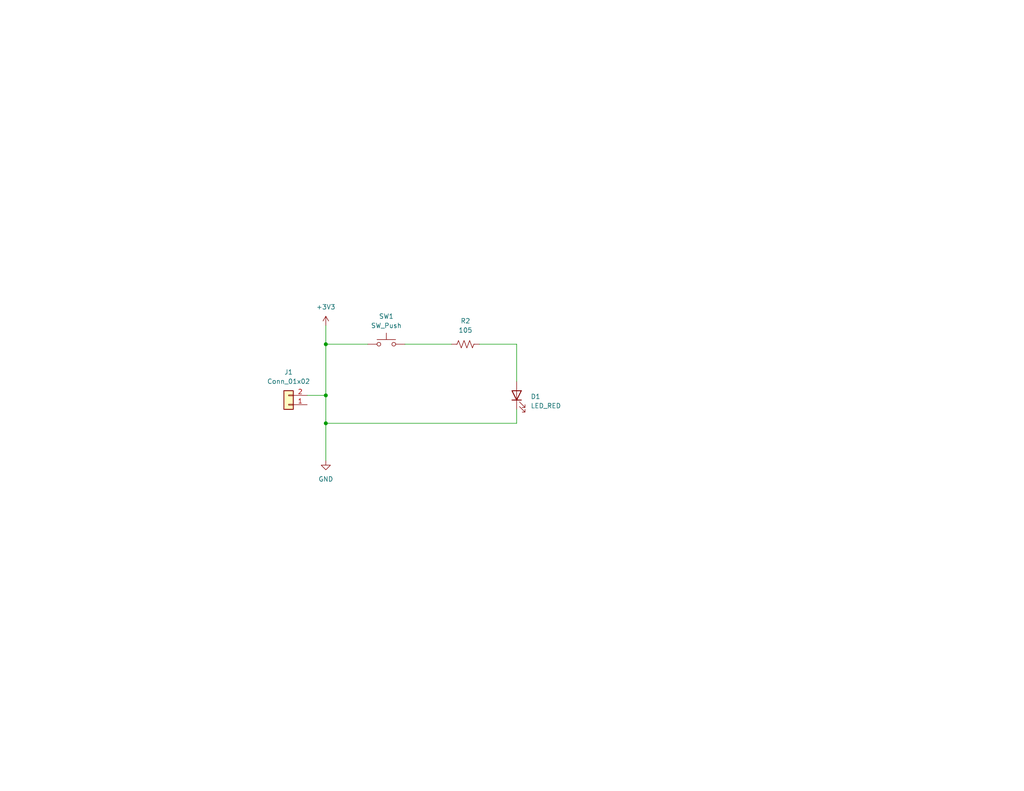
<source format=kicad_sch>
(kicad_sch (version 20231120) (generator "eeschema") (generator_version "8.0")
  (paper "USLetter")
  (title_block (title "Template") (date "2022-08-16") (rev "0.0") (company "Illini Solar Car") (comment 1 "Designed By: Your Name"))
  (lib_symbols
    (symbol "Connector_Generic:Conn_01x02" (pin_names (offset 1.016) hide)
      (property "Reference" "J" (at 0 2.54 0))
      (property "Value" "Conn_01x02" (at 0 -5.08 0))
      (symbol "Conn_01x02_1_1"
        (rectangle (start -1.27 -2.413) (end 0 -2.667) (stroke (width 0.1524)))
        (rectangle (start -1.27 0.127) (end 0 -0.127) (stroke (width 0.1524)))
        (rectangle (start -1.27 1.27) (end 1.27 -3.81) (stroke (width 0.254)) (fill (type background)))
        (pin passive line (at -5.08 0 0) (length 3.81) (name "Pin_1") (number "1"))
        (pin passive line (at -5.08 -2.54 0) (length 3.81) (name "Pin_2") (number "2"))
      )
    )
    (symbol "Device:LED" (pin_numbers hide) (pin_names (offset 1.016) hide)
      (property "Reference" "D" (at 0 2.54 0))
      (property "Value" "LED" (at 0 -2.54 0))
      (symbol "LED_0_1"
        (polyline (pts (xy -1.27 -1.27) (xy -1.27 1.27)) (stroke (width 0.254)))
        (polyline (pts (xy -1.27 0) (xy 1.27 0)))
        (polyline (pts (xy 1.27 -1.27) (xy 1.27 1.27) (xy -1.27 0) (xy 1.27 -1.27)) (stroke (width 0.254)))
        (polyline (pts (xy -3.048 -0.762) (xy -4.572 -2.286) (xy -3.81 -2.286) (xy -4.572 -2.286) (xy -4.572 -1.524)))
        (polyline (pts (xy -1.778 -0.762) (xy -3.302 -2.286) (xy -2.54 -2.286) (xy -3.302 -2.286) (xy -3.302 -1.524)))
      )
      (symbol "LED_1_1"
        (pin passive line (at -3.81 0 0) (length 2.54) (name "K") (number "1"))
        (pin passive line (at 3.81 0 180) (length 2.54) (name "A") (number "2"))
      )
    )
    (symbol "Switch:SW_Push" (pin_numbers hide) (pin_names (offset 1.016) hide)
      (property "Reference" "SW" (at 1.27 2.54 0))
      (property "Value" "SW_Push" (at 0 -1.524 0))
      (symbol "SW_Push_0_1"
        (circle (center -2.032 0) (radius 0.508))
        (polyline (pts (xy 0 1.27) (xy 0 3.048)))
        (polyline (pts (xy 2.54 1.27) (xy -2.54 1.27)))
        (circle (center 2.032 0) (radius 0.508))
        (pin passive line (at -5.08 0 0) (length 2.54) (name "1") (number "1"))
        (pin passive line (at 5.08 0 180) (length 2.54) (name "2") (number "2"))
      )
    )
    (symbol "device:R" (pin_numbers hide) (pin_names (offset 0))
      (property "Reference" "R" (at 2.032 0 90))
      (property "Value" "R" (at 0 0 90))
      (symbol "R_0_1"
        (rectangle (start -1.016 -2.54) (end 1.016 2.54) (stroke (width 0.254)))
      )
      (symbol "R_1_1"
        (pin passive line (at 0 3.81 270) (length 1.27) (name "~") (number "1"))
        (pin passive line (at 0 -3.81 90) (length 1.27) (name "~") (number "2"))
      )
    )
    (symbol "device:R_US" (pin_numbers hide) (pin_names (offset 0))
      (property "Reference" "R" (at 2.54 0 90))
      (property "Value" "R_US" (at -2.54 0 90))
      (symbol "R_US_0_1"
        (polyline (pts (xy 0 -2.286) (xy 0 -2.54)))
        (polyline (pts (xy 0 2.286) (xy 0 2.54)))
        (polyline (pts (xy 0 -0.762) (xy 1.016 -1.143) (xy 0 -1.524) (xy -1.016 -1.905) (xy 0 -2.286)))
        (polyline (pts (xy 0 0.762) (xy 1.016 0.381) (xy 0 0) (xy -1.016 -0.381) (xy 0 -0.762)))
        (polyline (pts (xy 0 2.286) (xy 1.016 1.905) (xy 0 1.524) (xy -1.016 1.143) (xy 0 0.762)))
      )
      (symbol "R_US_1_1"
        (pin passive line (at 0 3.81 270) (length 1.27) (name "~") (number "1"))
        (pin passive line (at 0 -3.81 90) (length 1.27) (name "~") (number "2"))
      )
    )
    (symbol "power:+3V3" (power) (pin_names (offset 0))
      (property "Value" "+3V3" (at 0 3.556 0))
      (symbol "+3V3_0_1"
        (polyline (pts (xy -0.762 1.27) (xy 0 2.54)))
        (polyline (pts (xy 0 0) (xy 0 2.54)))
        (polyline (pts (xy 0 2.54) (xy 0.762 1.27)))
      )
      (symbol "+3V3_1_1"
        (pin power_in line (at 0 0 90) (length 0) hide (name "+3V3") (number "1"))
      )
    )
    (symbol "power:GND" (power) (pin_names (offset 0))
      (property "Value" "GND" (at 0 -3.81 0))
      (symbol "GND_0_1"
        (polyline (pts (xy 0 0) (xy 0 -1.27) (xy 1.27 -1.27) (xy 0 -2.54) (xy -1.27 -1.27) (xy 0 -1.27)))
      )
      (symbol "GND_1_1"
        (pin power_in line (at 0 0 270) (length 0) hide (name "GND") (number "1"))
      )
    )
  )
  (junction (at 88.9 107.95))
  (junction (at 88.9 93.98))
  (junction (at 88.9 115.57))
  (wire (pts (xy 110.49 93.98) (xy 123.19 93.98)))
  (wire (pts (xy 83.82 107.95) (xy 88.9 107.95)))
  (wire (pts (xy 130.81 93.98) (xy 140.97 93.98)))
  (wire (pts (xy 140.97 93.98) (xy 140.97 104.14)))
  (wire (pts (xy 140.97 115.57) (xy 88.9 115.57)))
  (wire (pts (xy 88.9 107.95) (xy 88.9 115.57)))
  (wire (pts (xy 88.9 115.57) (xy 88.9 125.73)))
  (wire (pts (xy 88.9 107.95) (xy 88.9 93.98)))
  (wire (pts (xy 140.97 111.76) (xy 140.97 115.57)))
  (wire (pts (xy 88.9 93.98) (xy 88.9 88.9)))
  (wire (pts (xy 88.9 93.98) (xy 100.33 93.98)))
  (symbol (lib_id "Device:LED") (at 140.97 107.95 90) (unit 1)
    (property "Reference" "D1" (at 144.78 108.2674 90) (effects (justify right)))
    (property "Value" "LED_RED" (at 144.78 110.8074 90) (effects (justify right)))
    (property "Description" "Light emitting diode" (effects (hide yes)))
  )
  (symbol (lib_id "device:R") (at 158.75 -11.43 0) (unit 1)
    (property "Reference" "R1" (at 161.29 -12.7001 0) (effects (justify left)))
    (property "Value" "R" (at 161.29 -10.1601 0) (effects (justify left)))
    (property "Description" "Resistor" (effects (hide yes)))
  )
  (symbol (lib_id "power:GND") (at 88.9 125.73 0) (unit 1)
    (property "Reference" "#PWR02" (effects (hide yes)))
    (property "Value" "GND" (at 88.9 130.81 0))
    (property "Description" "Power symbol creates a global label with name \"GND\" , ground" (effects (hide yes)))
  )
  (symbol (lib_id "Switch:SW_Push") (at 105.41 93.98 0) (unit 1)
    (property "Reference" "SW1" (at 105.41 86.36 0))
    (property "Value" "SW_Push" (at 105.41 88.9 0))
    (property "Description" "Push button switch, generic, two pins" (effects (hide yes)))
  )
  (symbol (lib_id "power:+3V3") (at 88.9 88.9 0) (unit 1)
    (property "Reference" "#PWR01" (effects (hide yes)))
    (property "Value" "+3V3" (at 88.9 83.82 0))
    (property "Description" "Power symbol creates a global label with name \"+3V3\"" (effects (hide yes)))
  )
  (symbol (lib_id "device:R_US") (at 127 93.98 90) (unit 1)
    (property "Reference" "R2" (at 127 87.63 90))
    (property "Value" "105" (at 127 90.17 90))
    (property "Description" "Resistor, US symbol" (effects (hide yes)))
  )
  (symbol (lib_id "Connector_Generic:Conn_01x02") (at 78.74 110.49 180) (unit 1)
    (property "Reference" "J1" (at 78.74 101.6 0))
    (property "Value" "Conn_01x02" (at 78.74 104.14 0))
    (property "Description" "Generic connector, single row, 01x02, script generated (kicad-library-utils/schlib/autogen/connector/)" (effects (hide yes)))
  )
)
</source>
